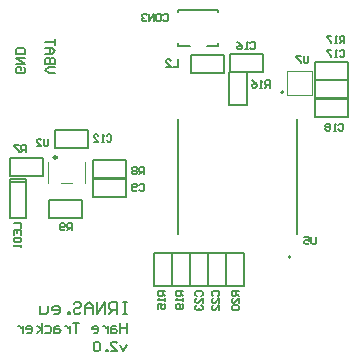
<source format=gbo>
G04*
G04 #@! TF.GenerationSoftware,Altium Limited,Altium Designer,19.0.14 (431)*
G04*
G04 Layer_Color=32896*
%FSAX25Y25*%
%MOIN*%
G70*
G01*
G75*
%ADD10C,0.01000*%
%ADD11C,0.00787*%
%ADD12C,0.00394*%
%ADD15C,0.00591*%
%ADD16C,0.00500*%
D10*
X0725000Y0657217D02*
G03*
X0725000Y0657217I-0000440J0000000D01*
G01*
D11*
X0800553Y0678968D02*
G03*
X0800553Y0678968I-0000394J0000000D01*
G01*
X0803063Y0624047D02*
G03*
X0803063Y0624047I-0000394J0000000D01*
G01*
X0765563Y0694323D02*
X0769500D01*
X0765563D02*
X0765563Y0695504D01*
X0778949Y0694323D02*
Y0695504D01*
X0775012Y0694323D02*
X0778949D01*
X0765563Y0705740D02*
Y0706528D01*
X0778949D01*
Y0705740D02*
Y0706528D01*
X0782346Y0685847D02*
X0788346D01*
Y0674847D02*
Y0685847D01*
X0782346Y0674847D02*
X0788346D01*
X0782346D02*
Y0685847D01*
X0782799Y0691614D02*
X0793799D01*
X0782799Y0685614D02*
Y0691614D01*
Y0685614D02*
X0793799D01*
Y0691614D01*
X0811244Y0676895D02*
X0822244D01*
Y0682895D01*
X0811244D02*
X0822244D01*
X0811244Y0676895D02*
Y0682895D01*
Y0682957D02*
Y0688957D01*
X0822244D01*
Y0682957D02*
Y0688957D01*
X0811244Y0682957D02*
X0822244D01*
X0811244Y0670752D02*
X0822244D01*
Y0676752D01*
X0811244D02*
X0822244D01*
X0811244Y0670752D02*
Y0676752D01*
X0724532Y0660516D02*
X0735532D01*
Y0666516D01*
X0724532D02*
X0735532D01*
X0724532Y0660516D02*
Y0666516D01*
X0737130Y0650280D02*
Y0656280D01*
X0748130D01*
Y0650280D02*
Y0656280D01*
X0737130Y0650280D02*
X0748130D01*
X0737130Y0650016D02*
X0748130D01*
X0737130Y0644017D02*
Y0650016D01*
Y0644017D02*
X0748130D01*
Y0650016D01*
X0733563Y0636894D02*
Y0642894D01*
X0722563Y0636894D02*
X0733563D01*
X0722563D02*
Y0642894D01*
X0733563D01*
X0709571Y0651067D02*
Y0657067D01*
X0720571D01*
Y0651067D02*
Y0657067D01*
X0709571Y0651067D02*
X0720571D01*
X0714874Y0637138D02*
Y0648949D01*
X0709362Y0637138D02*
X0714874D01*
X0709362D02*
Y0648949D01*
X0714874D01*
X0709362Y0650032D02*
X0714874D01*
X0709362Y0648949D02*
Y0650032D01*
X0714874Y0648949D02*
Y0650032D01*
X0757445Y0625315D02*
X0763445D01*
Y0614315D02*
Y0625315D01*
X0757445Y0614315D02*
X0763445D01*
X0757445D02*
Y0625315D01*
X0763350Y0614315D02*
X0769350D01*
X0763350D02*
Y0625315D01*
X0769350D01*
Y0614315D02*
Y0625315D01*
X0775354Y0614315D02*
Y0625315D01*
X0769354D02*
X0775354D01*
X0769354Y0614315D02*
Y0625315D01*
Y0614315D02*
X0775354D01*
X0781358D02*
Y0625315D01*
X0775358D02*
X0781358D01*
X0775358Y0614315D02*
Y0625315D01*
Y0614315D02*
X0781358D01*
X0781461D02*
X0787461D01*
X0781461D02*
Y0625315D01*
X0787461D01*
Y0614315D02*
Y0625315D01*
X0780709Y0685417D02*
Y0691417D01*
X0769709Y0685417D02*
X0780709D01*
X0769709D02*
Y0691417D01*
X0780709D01*
X0724420Y0685268D02*
X0722321D01*
X0721272Y0686317D01*
X0722321Y0687367D01*
X0724420D01*
Y0688416D02*
X0721272D01*
Y0689991D01*
X0721796Y0690515D01*
X0722321D01*
X0722846Y0689991D01*
Y0688416D01*
Y0689991D01*
X0723371Y0690515D01*
X0723896D01*
X0724420Y0689991D01*
Y0688416D01*
X0721272Y0691565D02*
X0723371D01*
X0724420Y0692614D01*
X0723371Y0693664D01*
X0721272D01*
X0722846D01*
Y0691565D01*
X0724420Y0694713D02*
Y0696813D01*
Y0695763D01*
X0721272D01*
X0714053Y0687367D02*
X0714578Y0686842D01*
Y0685792D01*
X0714053Y0685268D01*
X0711954D01*
X0711429Y0685792D01*
Y0686842D01*
X0711954Y0687367D01*
X0713003D01*
Y0686317D01*
X0711429Y0688416D02*
X0714578D01*
X0711429Y0690515D01*
X0714578D01*
Y0691565D02*
X0711429D01*
Y0693139D01*
X0711954Y0693664D01*
X0714053D01*
X0714578Y0693139D01*
Y0691565D01*
X0748339Y0594749D02*
X0747289Y0592650D01*
X0746240Y0594749D01*
X0743091Y0592650D02*
X0745190D01*
X0743091Y0594749D01*
Y0595273D01*
X0743616Y0595798D01*
X0744665D01*
X0745190Y0595273D01*
X0742041Y0592650D02*
Y0593174D01*
X0741517D01*
Y0592650D01*
X0742041D01*
X0739418Y0595273D02*
X0738893Y0595798D01*
X0737843D01*
X0737319Y0595273D01*
Y0593174D01*
X0737843Y0592650D01*
X0738893D01*
X0739418Y0593174D01*
Y0595273D01*
X0748339Y0601999D02*
Y0598850D01*
Y0600425D01*
X0746240D01*
Y0601999D01*
Y0598850D01*
X0744665Y0600949D02*
X0743616D01*
X0743091Y0600425D01*
Y0598850D01*
X0744665D01*
X0745190Y0599375D01*
X0744665Y0599900D01*
X0743091D01*
X0742041Y0600949D02*
Y0598850D01*
Y0599900D01*
X0741517Y0600425D01*
X0740992Y0600949D01*
X0740467D01*
X0737319Y0598850D02*
X0738368D01*
X0738893Y0599375D01*
Y0600425D01*
X0738368Y0600949D01*
X0737319D01*
X0736794Y0600425D01*
Y0599900D01*
X0738893D01*
X0732596Y0601999D02*
X0730497D01*
X0731546D01*
Y0598850D01*
X0729447Y0600949D02*
Y0598850D01*
Y0599900D01*
X0728922Y0600425D01*
X0728398Y0600949D01*
X0727873D01*
X0725774D02*
X0724724D01*
X0724199Y0600425D01*
Y0598850D01*
X0725774D01*
X0726298Y0599375D01*
X0725774Y0599900D01*
X0724199D01*
X0721051Y0600949D02*
X0722625D01*
X0723150Y0600425D01*
Y0599375D01*
X0722625Y0598850D01*
X0721051D01*
X0720001D02*
Y0601999D01*
Y0599900D02*
X0718427Y0600949D01*
X0720001Y0599900D02*
X0718427Y0598850D01*
X0715278D02*
X0716328D01*
X0716853Y0599375D01*
Y0600425D01*
X0716328Y0600949D01*
X0715278D01*
X0714754Y0600425D01*
Y0599900D01*
X0716853D01*
X0713704Y0600949D02*
Y0598850D01*
Y0599900D01*
X0713179Y0600425D01*
X0712655Y0600949D01*
X0712130D01*
X0748339Y0609085D02*
X0747027D01*
X0747683D01*
Y0605150D01*
X0748339D01*
X0747027D01*
X0745059D02*
Y0609085D01*
X0743091D01*
X0742435Y0608429D01*
Y0607118D01*
X0743091Y0606461D01*
X0745059D01*
X0743747D02*
X0742435Y0605150D01*
X0741123D02*
Y0609085D01*
X0738499Y0605150D01*
Y0609085D01*
X0737187Y0605150D02*
Y0607773D01*
X0735875Y0609085D01*
X0734563Y0607773D01*
Y0605150D01*
Y0607118D01*
X0737187D01*
X0730628Y0608429D02*
X0731284Y0609085D01*
X0732596D01*
X0733252Y0608429D01*
Y0607773D01*
X0732596Y0607118D01*
X0731284D01*
X0730628Y0606461D01*
Y0605806D01*
X0731284Y0605150D01*
X0732596D01*
X0733252Y0605806D01*
X0729316Y0605150D02*
Y0605806D01*
X0728660D01*
Y0605150D01*
X0729316D01*
X0724068D02*
X0725380D01*
X0726036Y0605806D01*
Y0607118D01*
X0725380Y0607773D01*
X0724068D01*
X0723412Y0607118D01*
Y0606461D01*
X0726036D01*
X0722100Y0607773D02*
Y0605806D01*
X0721444Y0605150D01*
X0719477D01*
Y0607773D01*
D12*
X0801931Y0677984D02*
Y0686154D01*
X0810199D01*
Y0677984D02*
Y0686154D01*
X0801931Y0677984D02*
X0810199D01*
X0721961Y0648573D02*
Y0655660D01*
X0734559Y0648573D02*
Y0655660D01*
X0726488Y0648573D02*
X0730031D01*
D15*
X0808870Y0691074D02*
Y0689106D01*
X0808477Y0688713D01*
X0807689D01*
X0807296Y0689106D01*
Y0691074D01*
X0806509D02*
X0804934D01*
Y0690681D01*
X0806509Y0689106D01*
Y0688713D01*
X0811528Y0630641D02*
Y0628673D01*
X0811134Y0628279D01*
X0810347D01*
X0809953Y0628673D01*
Y0630641D01*
X0807592D02*
X0809166D01*
Y0629460D01*
X0808379Y0629854D01*
X0807985D01*
X0807592Y0629460D01*
Y0628673D01*
X0807985Y0628279D01*
X0808772D01*
X0809166Y0628673D01*
X0722256Y0663318D02*
Y0661350D01*
X0721862Y0660957D01*
X0721075D01*
X0720682Y0661350D01*
Y0663318D01*
X0718320Y0660957D02*
X0719895D01*
X0718320Y0662531D01*
Y0662924D01*
X0718714Y0663318D01*
X0719501D01*
X0719895Y0662924D01*
X0785740Y0612630D02*
X0783379D01*
Y0611449D01*
X0783772Y0611056D01*
X0784559D01*
X0784953Y0611449D01*
Y0612630D01*
Y0611843D02*
X0785740Y0611056D01*
Y0608694D02*
Y0610268D01*
X0784166Y0608694D01*
X0783772D01*
X0783379Y0609088D01*
Y0609875D01*
X0783772Y0610268D01*
Y0607907D02*
X0783379Y0607514D01*
Y0606726D01*
X0783772Y0606333D01*
X0785347D01*
X0785740Y0606726D01*
Y0607514D01*
X0785347Y0607907D01*
X0783772D01*
X0767236Y0612630D02*
X0764875D01*
Y0611449D01*
X0765268Y0611056D01*
X0766055D01*
X0766449Y0611449D01*
Y0612630D01*
Y0611843D02*
X0767236Y0611056D01*
Y0610268D02*
Y0609481D01*
Y0609875D01*
X0764875D01*
X0765268Y0610268D01*
X0766843Y0608301D02*
X0767236Y0607907D01*
Y0607120D01*
X0766843Y0606726D01*
X0765268D01*
X0764875Y0607120D01*
Y0607907D01*
X0765268Y0608301D01*
X0765662D01*
X0766055Y0607907D01*
Y0606726D01*
X0820878Y0695405D02*
Y0697767D01*
X0819697D01*
X0819304Y0697373D01*
Y0696586D01*
X0819697Y0696193D01*
X0820878D01*
X0820091D02*
X0819304Y0695405D01*
X0818517D02*
X0817729D01*
X0818123D01*
Y0697767D01*
X0818517Y0697373D01*
X0816549Y0697767D02*
X0814974D01*
Y0697373D01*
X0816549Y0695799D01*
Y0695405D01*
X0795976Y0680543D02*
Y0682905D01*
X0794796D01*
X0794402Y0682511D01*
Y0681724D01*
X0794796Y0681330D01*
X0795976D01*
X0795189D02*
X0794402Y0680543D01*
X0793615D02*
X0792828D01*
X0793221D01*
Y0682905D01*
X0793615Y0682511D01*
X0790073Y0682905D02*
X0790860Y0682511D01*
X0791647Y0681724D01*
Y0680937D01*
X0791254Y0680543D01*
X0790466D01*
X0790073Y0680937D01*
Y0681330D01*
X0790466Y0681724D01*
X0791647D01*
X0761232Y0612630D02*
X0758871D01*
Y0611449D01*
X0759264Y0611056D01*
X0760052D01*
X0760445Y0611449D01*
Y0612630D01*
Y0611843D02*
X0761232Y0611056D01*
Y0610268D02*
Y0609481D01*
Y0609875D01*
X0758871D01*
X0759264Y0610268D01*
X0758871Y0606726D02*
Y0608301D01*
X0760052D01*
X0759658Y0607514D01*
Y0607120D01*
X0760052Y0606726D01*
X0760839D01*
X0761232Y0607120D01*
Y0607907D01*
X0760839Y0608301D01*
X0730130Y0632905D02*
Y0635267D01*
X0728949D01*
X0728556Y0634873D01*
Y0634086D01*
X0728949Y0633693D01*
X0730130D01*
X0729343D02*
X0728556Y0632905D01*
X0727769Y0633299D02*
X0727375Y0632905D01*
X0726588D01*
X0726194Y0633299D01*
Y0634873D01*
X0726588Y0635267D01*
X0727375D01*
X0727769Y0634873D01*
Y0634480D01*
X0727375Y0634086D01*
X0726194D01*
X0754146Y0651705D02*
Y0654066D01*
X0752965D01*
X0752571Y0653673D01*
Y0652885D01*
X0752965Y0652492D01*
X0754146D01*
X0753359D02*
X0752571Y0651705D01*
X0751784Y0653673D02*
X0751391Y0654066D01*
X0750603D01*
X0750210Y0653673D01*
Y0653279D01*
X0750603Y0652885D01*
X0750210Y0652492D01*
Y0652098D01*
X0750603Y0651705D01*
X0751391D01*
X0751784Y0652098D01*
Y0652492D01*
X0751391Y0652885D01*
X0751784Y0653279D01*
Y0653673D01*
X0751391Y0652885D02*
X0750603D01*
X0714677Y0658988D02*
Y0661350D01*
X0713496D01*
X0713103Y0660956D01*
Y0660169D01*
X0713496Y0659775D01*
X0714677D01*
X0713890D02*
X0713103Y0658988D01*
X0712316Y0661350D02*
X0710741D01*
Y0660956D01*
X0712316Y0659382D01*
Y0658988D01*
X0710741Y0635268D02*
X0713102D01*
Y0633693D01*
X0710741Y0631332D02*
Y0632906D01*
X0713102D01*
Y0631332D01*
X0711922Y0632906D02*
Y0632119D01*
X0710741Y0630545D02*
X0713102D01*
Y0629364D01*
X0712709Y0628971D01*
X0711134D01*
X0710741Y0629364D01*
Y0630545D01*
X0713102Y0628183D02*
Y0627396D01*
Y0627790D01*
X0710741D01*
X0711134Y0628183D01*
X0765366Y0689893D02*
Y0687532D01*
X0763792D01*
X0761430D02*
X0763005D01*
X0761430Y0689106D01*
Y0689499D01*
X0761824Y0689893D01*
X0762611D01*
X0763005Y0689499D01*
X0760544Y0704657D02*
X0760937Y0705050D01*
X0761725D01*
X0762118Y0704657D01*
Y0703083D01*
X0761725Y0702689D01*
X0760937D01*
X0760544Y0703083D01*
X0758576Y0705050D02*
X0759363D01*
X0759757Y0704657D01*
Y0703083D01*
X0759363Y0702689D01*
X0758576D01*
X0758182Y0703083D01*
Y0704657D01*
X0758576Y0705050D01*
X0757395Y0702689D02*
Y0705050D01*
X0755821Y0702689D01*
Y0705050D01*
X0755034Y0704657D02*
X0754640Y0705050D01*
X0753853D01*
X0753460Y0704657D01*
Y0704263D01*
X0753853Y0703870D01*
X0754247D01*
X0753853D01*
X0753460Y0703476D01*
Y0703083D01*
X0753853Y0702689D01*
X0754640D01*
X0755034Y0703083D01*
X0771666Y0611056D02*
X0771272Y0611449D01*
Y0612236D01*
X0771666Y0612630D01*
X0773240D01*
X0773634Y0612236D01*
Y0611449D01*
X0773240Y0611056D01*
X0773634Y0608694D02*
Y0610268D01*
X0772060Y0608694D01*
X0771666D01*
X0771272Y0609088D01*
Y0609875D01*
X0771666Y0610268D01*
Y0607907D02*
X0771272Y0607514D01*
Y0606726D01*
X0771666Y0606333D01*
X0772060D01*
X0772453Y0606726D01*
Y0607120D01*
Y0606726D01*
X0772847Y0606333D01*
X0773240D01*
X0773634Y0606726D01*
Y0607514D01*
X0773240Y0607907D01*
X0777276Y0611056D02*
X0776883Y0611449D01*
Y0612236D01*
X0777276Y0612630D01*
X0778851D01*
X0779244Y0612236D01*
Y0611449D01*
X0778851Y0611056D01*
X0779244Y0608694D02*
Y0610268D01*
X0777670Y0608694D01*
X0777276D01*
X0776883Y0609088D01*
Y0609875D01*
X0777276Y0610268D01*
X0779244Y0606333D02*
Y0607907D01*
X0777670Y0606333D01*
X0777276D01*
X0776883Y0606726D01*
Y0607514D01*
X0777276Y0607907D01*
X0818910Y0668141D02*
X0819304Y0668535D01*
X0820091D01*
X0820484Y0668141D01*
Y0666567D01*
X0820091Y0666173D01*
X0819304D01*
X0818910Y0666567D01*
X0818123Y0666173D02*
X0817336D01*
X0817729D01*
Y0668535D01*
X0818123Y0668141D01*
X0816155D02*
X0815761Y0668535D01*
X0814974D01*
X0814581Y0668141D01*
Y0667747D01*
X0814974Y0667354D01*
X0814581Y0666960D01*
Y0666567D01*
X0814974Y0666173D01*
X0815761D01*
X0816155Y0666567D01*
Y0666960D01*
X0815761Y0667354D01*
X0816155Y0667747D01*
Y0668141D01*
X0815761Y0667354D02*
X0814974D01*
X0819304Y0692649D02*
X0819697Y0693043D01*
X0820484D01*
X0820878Y0692649D01*
Y0691075D01*
X0820484Y0690681D01*
X0819697D01*
X0819304Y0691075D01*
X0818517Y0690681D02*
X0817729D01*
X0818123D01*
Y0693043D01*
X0818517Y0692649D01*
X0816549Y0693043D02*
X0814974D01*
Y0692649D01*
X0816549Y0691075D01*
Y0690681D01*
X0789481Y0695306D02*
X0789874Y0695700D01*
X0790661D01*
X0791055Y0695306D01*
Y0693732D01*
X0790661Y0693339D01*
X0789874D01*
X0789481Y0693732D01*
X0788694Y0693339D02*
X0787907D01*
X0788300D01*
Y0695700D01*
X0788694Y0695306D01*
X0785151Y0695700D02*
X0785939Y0695306D01*
X0786726Y0694519D01*
Y0693732D01*
X0786332Y0693339D01*
X0785545D01*
X0785151Y0693732D01*
Y0694126D01*
X0785545Y0694519D01*
X0786726D01*
X0741646Y0664499D02*
X0742040Y0664893D01*
X0742827D01*
X0743221Y0664499D01*
Y0662925D01*
X0742827Y0662532D01*
X0742040D01*
X0741646Y0662925D01*
X0740859Y0662532D02*
X0740072D01*
X0740465D01*
Y0664893D01*
X0740859Y0664499D01*
X0737317Y0662532D02*
X0738891D01*
X0737317Y0664106D01*
Y0664499D01*
X0737711Y0664893D01*
X0738498D01*
X0738891Y0664499D01*
X0752571Y0648062D02*
X0752965Y0648456D01*
X0753752D01*
X0754146Y0648062D01*
Y0646488D01*
X0753752Y0646095D01*
X0752965D01*
X0752571Y0646488D01*
X0751784D02*
X0751391Y0646095D01*
X0750603D01*
X0750210Y0646488D01*
Y0648062D01*
X0750603Y0648456D01*
X0751391D01*
X0751784Y0648062D01*
Y0647669D01*
X0751391Y0647275D01*
X0750210D01*
D16*
X0805256Y0631776D02*
Y0669965D01*
X0765492Y0631776D02*
Y0669965D01*
M02*

</source>
